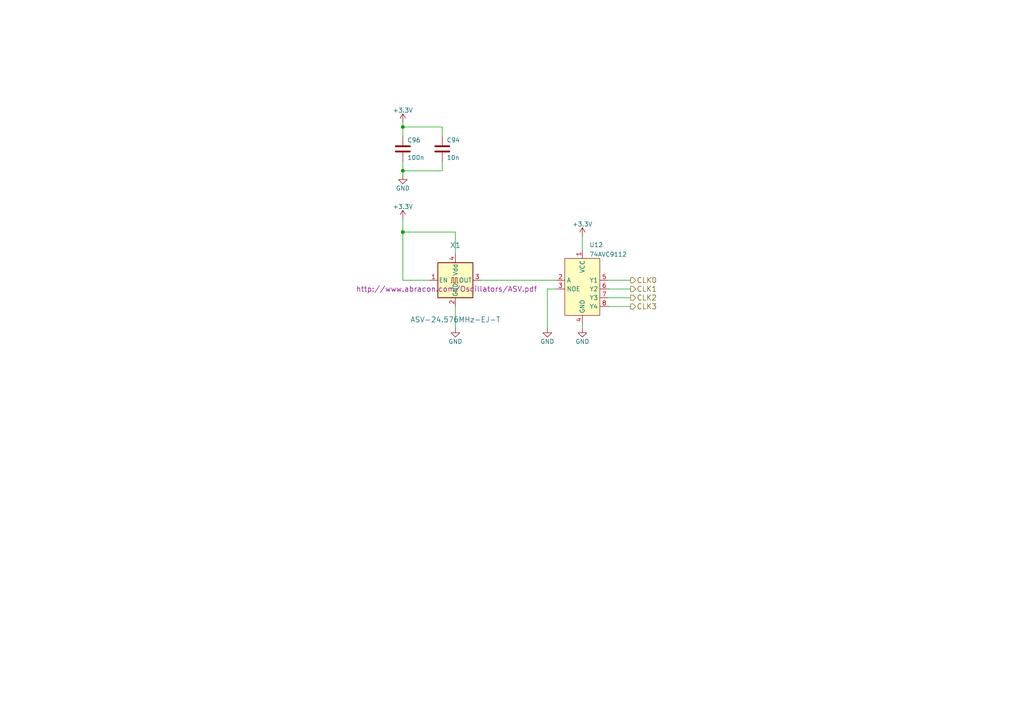
<source format=kicad_sch>
(kicad_sch (version 20211123) (generator eeschema)

  (uuid f5a3f95b-1a53-41b4-b208-bf168c9d9c6d)

  (paper "A4")

  (title_block
    (date "2023-02-18")
  )

  (lib_symbols
    (symbol "Buffers:74AVC9112" (in_bom yes) (on_board yes)
      (property "Reference" "U" (id 0) (at 8.89 0 0)
        (effects (font (size 1.27 1.27)))
      )
      (property "Value" "74AVC9112" (id 1) (at 8.89 2.54 0)
        (effects (font (size 1.27 1.27)))
      )
      (property "Footprint" "" (id 2) (at 0 0 0)
        (effects (font (size 1.27 1.27)) hide)
      )
      (property "Datasheet" "" (id 3) (at 0 0 0)
        (effects (font (size 1.27 1.27)) hide)
      )
      (symbol "74AVC9112_0_1"
        (rectangle (start -3.81 0) (end 6.35 -16.51)
          (stroke (width 0.1524) (type default) (color 0 0 0 0))
          (fill (type background))
        )
      )
      (symbol "74AVC9112_1_1"
        (pin power_in line (at 1.27 2.54 270) (length 2.54)
          (name "VCC" (effects (font (size 1.27 1.27))))
          (number "1" (effects (font (size 1.27 1.27))))
        )
        (pin input line (at -6.35 -6.35 0) (length 2.54)
          (name "A" (effects (font (size 1.27 1.27))))
          (number "2" (effects (font (size 1.27 1.27))))
        )
        (pin input line (at -6.35 -8.89 0) (length 2.54)
          (name "NOE" (effects (font (size 1.27 1.27))))
          (number "3" (effects (font (size 1.27 1.27))))
        )
        (pin power_in line (at 1.27 -19.05 90) (length 2.54)
          (name "GND" (effects (font (size 1.27 1.27))))
          (number "4" (effects (font (size 1.27 1.27))))
        )
        (pin output line (at 8.89 -6.35 180) (length 2.54)
          (name "Y1" (effects (font (size 1.27 1.27))))
          (number "5" (effects (font (size 1.27 1.27))))
        )
        (pin output line (at 8.89 -8.89 180) (length 2.54)
          (name "Y2" (effects (font (size 1.27 1.27))))
          (number "6" (effects (font (size 1.27 1.27))))
        )
        (pin output line (at 8.89 -11.43 180) (length 2.54)
          (name "Y3" (effects (font (size 1.27 1.27))))
          (number "7" (effects (font (size 1.27 1.27))))
        )
        (pin output line (at 8.89 -13.97 180) (length 2.54)
          (name "Y4" (effects (font (size 1.27 1.27))))
          (number "8" (effects (font (size 1.27 1.27))))
        )
      )
    )
    (symbol "Device:C" (pin_numbers hide) (pin_names (offset 0.254)) (in_bom yes) (on_board yes)
      (property "Reference" "C" (id 0) (at 0.635 2.54 0)
        (effects (font (size 1.27 1.27)) (justify left))
      )
      (property "Value" "C" (id 1) (at 0.635 -2.54 0)
        (effects (font (size 1.27 1.27)) (justify left))
      )
      (property "Footprint" "" (id 2) (at 0.9652 -3.81 0)
        (effects (font (size 1.27 1.27)) hide)
      )
      (property "Datasheet" "~" (id 3) (at 0 0 0)
        (effects (font (size 1.27 1.27)) hide)
      )
      (property "ki_keywords" "cap capacitor" (id 4) (at 0 0 0)
        (effects (font (size 1.27 1.27)) hide)
      )
      (property "ki_description" "Unpolarized capacitor" (id 5) (at 0 0 0)
        (effects (font (size 1.27 1.27)) hide)
      )
      (property "ki_fp_filters" "C_*" (id 6) (at 0 0 0)
        (effects (font (size 1.27 1.27)) hide)
      )
      (symbol "C_0_1"
        (polyline
          (pts
            (xy -2.032 -0.762)
            (xy 2.032 -0.762)
          )
          (stroke (width 0.508) (type default) (color 0 0 0 0))
          (fill (type none))
        )
        (polyline
          (pts
            (xy -2.032 0.762)
            (xy 2.032 0.762)
          )
          (stroke (width 0.508) (type default) (color 0 0 0 0))
          (fill (type none))
        )
      )
      (symbol "C_1_1"
        (pin passive line (at 0 3.81 270) (length 2.794)
          (name "~" (effects (font (size 1.27 1.27))))
          (number "1" (effects (font (size 1.27 1.27))))
        )
        (pin passive line (at 0 -3.81 90) (length 2.794)
          (name "~" (effects (font (size 1.27 1.27))))
          (number "2" (effects (font (size 1.27 1.27))))
        )
      )
    )
    (symbol "Oscillator:ASV-xxxMHz" (pin_names (offset 0.254)) (in_bom yes) (on_board yes)
      (property "Reference" "X" (id 0) (at -5.08 6.35 0)
        (effects (font (size 1.27 1.27)) (justify left))
      )
      (property "Value" "ASV-xxxMHz" (id 1) (at 1.27 -6.35 0)
        (effects (font (size 1.27 1.27)) (justify left))
      )
      (property "Footprint" "Oscillator:Oscillator_SMD_Abracon_ASV-4Pin_7.0x5.1mm" (id 2) (at 17.78 -8.89 0)
        (effects (font (size 1.27 1.27)) hide)
      )
      (property "Datasheet" "http://www.abracon.com/Oscillators/ASV.pdf" (id 3) (at -2.54 0 0)
        (effects (font (size 1.27 1.27)) hide)
      )
      (property "ki_keywords" "3.3V HCMOS SMD Crystal Clock Oscillator" (id 4) (at 0 0 0)
        (effects (font (size 1.27 1.27)) hide)
      )
      (property "ki_description" "3.3V HCMOS SMD Crystal Clock Oscillator, Abracon" (id 5) (at 0 0 0)
        (effects (font (size 1.27 1.27)) hide)
      )
      (property "ki_fp_filters" "Oscillator*SMD*Abracon*ASV*7.0x5.1mm*" (id 6) (at 0 0 0)
        (effects (font (size 1.27 1.27)) hide)
      )
      (symbol "ASV-xxxMHz_0_1"
        (rectangle (start -5.08 5.08) (end 5.08 -5.08)
          (stroke (width 0.254) (type default) (color 0 0 0 0))
          (fill (type background))
        )
        (polyline
          (pts
            (xy -1.27 -0.762)
            (xy -1.016 -0.762)
            (xy -1.016 0.762)
            (xy -0.508 0.762)
            (xy -0.508 -0.762)
            (xy 0 -0.762)
            (xy 0 0.762)
            (xy 0.508 0.762)
            (xy 0.508 -0.762)
            (xy 0.762 -0.762)
          )
          (stroke (width 0) (type default) (color 0 0 0 0))
          (fill (type none))
        )
      )
      (symbol "ASV-xxxMHz_1_1"
        (pin input line (at -7.62 0 0) (length 2.54)
          (name "EN" (effects (font (size 1.27 1.27))))
          (number "1" (effects (font (size 1.27 1.27))))
        )
        (pin power_in line (at 0 -7.62 90) (length 2.54)
          (name "GND" (effects (font (size 1.27 1.27))))
          (number "2" (effects (font (size 1.27 1.27))))
        )
        (pin output line (at 7.62 0 180) (length 2.54)
          (name "OUT" (effects (font (size 1.27 1.27))))
          (number "3" (effects (font (size 1.27 1.27))))
        )
        (pin power_in line (at 0 7.62 270) (length 2.54)
          (name "Vdd" (effects (font (size 1.27 1.27))))
          (number "4" (effects (font (size 1.27 1.27))))
        )
      )
    )
    (symbol "power:+3.3V" (power) (pin_names (offset 0)) (in_bom yes) (on_board yes)
      (property "Reference" "#PWR" (id 0) (at 0 -3.81 0)
        (effects (font (size 1.27 1.27)) hide)
      )
      (property "Value" "+3.3V" (id 1) (at 0 3.556 0)
        (effects (font (size 1.27 1.27)))
      )
      (property "Footprint" "" (id 2) (at 0 0 0)
        (effects (font (size 1.27 1.27)) hide)
      )
      (property "Datasheet" "" (id 3) (at 0 0 0)
        (effects (font (size 1.27 1.27)) hide)
      )
      (property "ki_keywords" "global power" (id 4) (at 0 0 0)
        (effects (font (size 1.27 1.27)) hide)
      )
      (property "ki_description" "Power symbol creates a global label with name \"+3.3V\"" (id 5) (at 0 0 0)
        (effects (font (size 1.27 1.27)) hide)
      )
      (symbol "+3.3V_0_1"
        (polyline
          (pts
            (xy -0.762 1.27)
            (xy 0 2.54)
          )
          (stroke (width 0) (type default) (color 0 0 0 0))
          (fill (type none))
        )
        (polyline
          (pts
            (xy 0 0)
            (xy 0 2.54)
          )
          (stroke (width 0) (type default) (color 0 0 0 0))
          (fill (type none))
        )
        (polyline
          (pts
            (xy 0 2.54)
            (xy 0.762 1.27)
          )
          (stroke (width 0) (type default) (color 0 0 0 0))
          (fill (type none))
        )
      )
      (symbol "+3.3V_1_1"
        (pin power_in line (at 0 0 90) (length 0) hide
          (name "+3.3V" (effects (font (size 1.27 1.27))))
          (number "1" (effects (font (size 1.27 1.27))))
        )
      )
    )
    (symbol "power:GND" (power) (pin_names (offset 0)) (in_bom yes) (on_board yes)
      (property "Reference" "#PWR" (id 0) (at 0 -6.35 0)
        (effects (font (size 1.27 1.27)) hide)
      )
      (property "Value" "GND" (id 1) (at 0 -3.81 0)
        (effects (font (size 1.27 1.27)))
      )
      (property "Footprint" "" (id 2) (at 0 0 0)
        (effects (font (size 1.27 1.27)) hide)
      )
      (property "Datasheet" "" (id 3) (at 0 0 0)
        (effects (font (size 1.27 1.27)) hide)
      )
      (property "ki_keywords" "global power" (id 4) (at 0 0 0)
        (effects (font (size 1.27 1.27)) hide)
      )
      (property "ki_description" "Power symbol creates a global label with name \"GND\" , ground" (id 5) (at 0 0 0)
        (effects (font (size 1.27 1.27)) hide)
      )
      (symbol "GND_0_1"
        (polyline
          (pts
            (xy 0 0)
            (xy 0 -1.27)
            (xy 1.27 -1.27)
            (xy 0 -2.54)
            (xy -1.27 -1.27)
            (xy 0 -1.27)
          )
          (stroke (width 0) (type default) (color 0 0 0 0))
          (fill (type none))
        )
      )
      (symbol "GND_1_1"
        (pin power_in line (at 0 0 270) (length 0) hide
          (name "GND" (effects (font (size 1.27 1.27))))
          (number "1" (effects (font (size 1.27 1.27))))
        )
      )
    )
  )

  (junction (at 116.84 49.53) (diameter 0) (color 0 0 0 0)
    (uuid 60560262-8ce0-4537-8d99-57496f160244)
  )
  (junction (at 116.84 36.83) (diameter 0) (color 0 0 0 0)
    (uuid 981a7500-96c1-40d4-a24a-ec540f862d86)
  )
  (junction (at 116.84 67.31) (diameter 0) (color 0 0 0 0)
    (uuid b31ebd25-cf4c-4c3e-b83d-0ec793b65cd9)
  )

  (wire (pts (xy 182.88 81.28) (xy 176.53 81.28))
    (stroke (width 0) (type default) (color 0 0 0 0))
    (uuid 02491520-945f-40c4-9160-4e5db9ac115d)
  )
  (wire (pts (xy 168.91 68.58) (xy 168.91 72.39))
    (stroke (width 0) (type default) (color 0 0 0 0))
    (uuid 44e77d57-d16f-4723-a95f-1ac45276c458)
  )
  (wire (pts (xy 132.08 67.31) (xy 132.08 73.66))
    (stroke (width 0) (type default) (color 0 0 0 0))
    (uuid 4648968b-aa58-4f57-8f45-54b088364670)
  )
  (wire (pts (xy 176.53 83.82) (xy 182.88 83.82))
    (stroke (width 0) (type default) (color 0 0 0 0))
    (uuid 4c6a1dad-7acf-4a52-99b0-316025d1ab04)
  )
  (wire (pts (xy 168.91 93.98) (xy 168.91 95.25))
    (stroke (width 0) (type default) (color 0 0 0 0))
    (uuid 5a010660-4a0b-4680-b361-32d4c3b60537)
  )
  (wire (pts (xy 116.84 49.53) (xy 128.27 49.53))
    (stroke (width 0) (type default) (color 0 0 0 0))
    (uuid 6573cf10-8339-4c58-9fdf-76e8c01e3a3b)
  )
  (wire (pts (xy 158.75 83.82) (xy 161.29 83.82))
    (stroke (width 0) (type default) (color 0 0 0 0))
    (uuid 792ace59-9f73-49b7-92df-01568ab2b00b)
  )
  (wire (pts (xy 116.84 81.28) (xy 124.46 81.28))
    (stroke (width 0) (type default) (color 0 0 0 0))
    (uuid 7a6d9a4e-fe6a-4427-9f0c-a10fd3ceb923)
  )
  (wire (pts (xy 116.84 49.53) (xy 116.84 50.8))
    (stroke (width 0) (type default) (color 0 0 0 0))
    (uuid 846ce0b5-f99e-4df4-8803-62f82ae6f3e3)
  )
  (wire (pts (xy 116.84 49.53) (xy 116.84 46.99))
    (stroke (width 0) (type default) (color 0 0 0 0))
    (uuid 8e1ff03a-6d3d-4db4-94c0-3a4b1624493f)
  )
  (wire (pts (xy 182.88 86.36) (xy 176.53 86.36))
    (stroke (width 0) (type default) (color 0 0 0 0))
    (uuid 909d0bdd-8a15-40f2-9dfd-be4a5d2d6b25)
  )
  (wire (pts (xy 116.84 36.83) (xy 128.27 36.83))
    (stroke (width 0) (type default) (color 0 0 0 0))
    (uuid 9c0c976b-7fa2-4d60-a146-ac3209f4fa09)
  )
  (wire (pts (xy 182.88 88.9) (xy 176.53 88.9))
    (stroke (width 0) (type default) (color 0 0 0 0))
    (uuid a46a2b22-69cf-45fb-b1d2-32ac89bbd3c8)
  )
  (wire (pts (xy 116.84 67.31) (xy 132.08 67.31))
    (stroke (width 0) (type default) (color 0 0 0 0))
    (uuid a7cad282-51c3-4f24-be5e-311c2c5e959b)
  )
  (wire (pts (xy 128.27 36.83) (xy 128.27 39.37))
    (stroke (width 0) (type default) (color 0 0 0 0))
    (uuid ab8fb678-be2d-42bb-9cd2-17e358f9e2eb)
  )
  (wire (pts (xy 116.84 67.31) (xy 116.84 81.28))
    (stroke (width 0) (type default) (color 0 0 0 0))
    (uuid b8382866-f10b-4adc-84fc-f6e5dd44681b)
  )
  (wire (pts (xy 158.75 83.82) (xy 158.75 95.25))
    (stroke (width 0) (type default) (color 0 0 0 0))
    (uuid d0770c9a-1f1e-4fa5-b940-1ed07e6e85ba)
  )
  (wire (pts (xy 132.08 88.9) (xy 132.08 95.25))
    (stroke (width 0) (type default) (color 0 0 0 0))
    (uuid d1422f38-9fce-4f5e-878a-341530beaf9c)
  )
  (wire (pts (xy 116.84 35.56) (xy 116.84 36.83))
    (stroke (width 0) (type default) (color 0 0 0 0))
    (uuid d33c6077-a8ec-48ca-b0e0-97f3539ef54c)
  )
  (wire (pts (xy 116.84 36.83) (xy 116.84 39.37))
    (stroke (width 0) (type default) (color 0 0 0 0))
    (uuid dadcffc3-367b-4d5b-bd03-e883fb8479ea)
  )
  (wire (pts (xy 116.84 63.5) (xy 116.84 67.31))
    (stroke (width 0) (type default) (color 0 0 0 0))
    (uuid ed1f5df2-cfb6-4083-a9e5-5d196546ef9b)
  )
  (wire (pts (xy 161.29 81.28) (xy 139.7 81.28))
    (stroke (width 0) (type default) (color 0 0 0 0))
    (uuid f321809c-ab7a-4356-9b11-4c0d46c421ba)
  )
  (wire (pts (xy 128.27 49.53) (xy 128.27 46.99))
    (stroke (width 0) (type default) (color 0 0 0 0))
    (uuid f8a63002-cf4b-4538-b69d-4273a871b461)
  )

  (hierarchical_label "CLK2" (shape output) (at 182.88 86.36 0)
    (effects (font (size 1.524 1.524)) (justify left))
    (uuid 25625d99-d45f-4b2f-9e62-009a122611f4)
  )
  (hierarchical_label "CLK0" (shape output) (at 182.88 81.28 0)
    (effects (font (size 1.524 1.524)) (justify left))
    (uuid bcfbc157-43ce-49f7-bd18-6a9e2f2f30a3)
  )
  (hierarchical_label "CLK3" (shape output) (at 182.88 88.9 0)
    (effects (font (size 1.524 1.524)) (justify left))
    (uuid d23840a6-3c61-45ca-968a-bc57332fd7a4)
  )
  (hierarchical_label "CLK1" (shape output) (at 182.88 83.82 0)
    (effects (font (size 1.524 1.524)) (justify left))
    (uuid f931f973-5615-451c-bb04-9a02aede6e6f)
  )

  (symbol (lib_id "Oscillator:ASV-xxxMHz") (at 132.08 81.28 0) (unit 1)
    (in_bom yes) (on_board yes)
    (uuid 00000000-0000-0000-0000-00005b071476)
    (property "Reference" "X1" (id 0) (at 132.08 71.12 0)
      (effects (font (size 1.524 1.524)))
    )
    (property "Value" "ASV-24.576MHz-EJ-T" (id 1) (at 132.08 92.71 0)
      (effects (font (size 1.524 1.524)))
    )
    (property "Footprint" "Oscillator:Oscillator_SMD_Abracon_ASV-4Pin_7.0x5.1mm" (id 2) (at 129.54 83.82 0)
      (effects (font (size 1.524 1.524)) hide)
    )
    (property "Datasheet" "http://www.abracon.com/Oscillators/ASV.pdf" (id 3) (at 129.54 83.82 0)
      (effects (font (size 1.524 1.524)))
    )
    (property "Mfr.Nr." "DK" (id 4) (at 132.08 81.28 0)
      (effects (font (size 1.27 1.27)) hide)
    )
    (pin "1" (uuid 785d7ba8-ce99-4c6b-85a8-2d1fb1136d0d))
    (pin "2" (uuid a91c2d80-a7e5-44b3-9571-556b2aff6b21))
    (pin "3" (uuid 0c0c173f-f6dc-4632-89d5-5543136a5a0b))
    (pin "4" (uuid cd506cc1-faec-4656-acee-a9e9b8e11d17))
  )

  (symbol (lib_id "power:GND") (at 168.91 95.25 0) (unit 1)
    (in_bom yes) (on_board yes)
    (uuid 00000000-0000-0000-0000-00006065e986)
    (property "Reference" "#PWR043" (id 0) (at 168.91 101.6 0)
      (effects (font (size 1.27 1.27)) hide)
    )
    (property "Value" "GND" (id 1) (at 168.91 99.06 0))
    (property "Footprint" "" (id 2) (at 168.91 95.25 0)
      (effects (font (size 1.27 1.27)) hide)
    )
    (property "Datasheet" "" (id 3) (at 168.91 95.25 0)
      (effects (font (size 1.27 1.27)) hide)
    )
    (pin "1" (uuid 2846b8c9-92d1-4967-adb4-6b738782865a))
  )

  (symbol (lib_id "power:GND") (at 132.08 95.25 0) (unit 1)
    (in_bom yes) (on_board yes)
    (uuid 00000000-0000-0000-0000-00006065f931)
    (property "Reference" "#PWR040" (id 0) (at 132.08 101.6 0)
      (effects (font (size 1.27 1.27)) hide)
    )
    (property "Value" "GND" (id 1) (at 132.08 99.06 0))
    (property "Footprint" "" (id 2) (at 132.08 95.25 0)
      (effects (font (size 1.27 1.27)) hide)
    )
    (property "Datasheet" "" (id 3) (at 132.08 95.25 0)
      (effects (font (size 1.27 1.27)) hide)
    )
    (pin "1" (uuid c67b858e-acc9-4454-a588-1a7f0e8d716a))
  )

  (symbol (lib_id "power:GND") (at 116.84 50.8 0) (unit 1)
    (in_bom yes) (on_board yes)
    (uuid 00000000-0000-0000-0000-000060675b90)
    (property "Reference" "#PWR038" (id 0) (at 116.84 57.15 0)
      (effects (font (size 1.27 1.27)) hide)
    )
    (property "Value" "GND" (id 1) (at 116.84 54.61 0))
    (property "Footprint" "" (id 2) (at 116.84 50.8 0)
      (effects (font (size 1.27 1.27)) hide)
    )
    (property "Datasheet" "" (id 3) (at 116.84 50.8 0)
      (effects (font (size 1.27 1.27)) hide)
    )
    (pin "1" (uuid db074756-dd09-43e6-b995-90d88c9a0c0e))
  )

  (symbol (lib_id "power:+3.3V") (at 116.84 63.5 0) (unit 1)
    (in_bom yes) (on_board yes)
    (uuid 1824c90f-68cb-45ef-8570-883fbdefdb6c)
    (property "Reference" "#PWR039" (id 0) (at 116.84 67.31 0)
      (effects (font (size 1.27 1.27)) hide)
    )
    (property "Value" "+3.3V" (id 1) (at 116.84 59.944 0))
    (property "Footprint" "" (id 2) (at 116.84 63.5 0)
      (effects (font (size 1.27 1.27)) hide)
    )
    (property "Datasheet" "" (id 3) (at 116.84 63.5 0)
      (effects (font (size 1.27 1.27)) hide)
    )
    (pin "1" (uuid 1c2aaf01-0d12-4757-94f6-1140b935f953))
  )

  (symbol (lib_id "Device:C") (at 128.27 43.18 0) (unit 1)
    (in_bom yes) (on_board yes)
    (uuid 3a3fb66d-9497-4e75-bc5b-f7636548a237)
    (property "Reference" "C94" (id 0) (at 129.54 40.64 0)
      (effects (font (size 1.27 1.27)) (justify left))
    )
    (property "Value" "10n" (id 1) (at 129.54 45.72 0)
      (effects (font (size 1.27 1.27)) (justify left))
    )
    (property "Footprint" "Capacitor_SMD:C_0402_1005Metric" (id 2) (at 120.65 39.624 90)
      (effects (font (size 1.27 1.27)) hide)
    )
    (property "Datasheet" "~" (id 3) (at 120.65 39.624 90)
      (effects (font (size 1.27 1.27)) hide)
    )
    (property "Mfr.Nr." "" (id 4) (at 128.27 43.18 0)
      (effects (font (size 1.524 1.524)) hide)
    )
    (property "MPN" "C15195" (id 5) (at 128.27 43.18 0)
      (effects (font (size 1.27 1.27)) hide)
    )
    (pin "1" (uuid c18fc234-a3c5-403d-a37c-e832f430a9d0))
    (pin "2" (uuid 952be1d0-ac4e-4d15-b172-6f8add222ac3))
  )

  (symbol (lib_id "power:GND") (at 158.75 95.25 0) (unit 1)
    (in_bom yes) (on_board yes)
    (uuid 605d669c-a5fc-46cd-8995-cd938eebb4e6)
    (property "Reference" "#PWR041" (id 0) (at 158.75 101.6 0)
      (effects (font (size 1.27 1.27)) hide)
    )
    (property "Value" "GND" (id 1) (at 158.75 99.06 0))
    (property "Footprint" "" (id 2) (at 158.75 95.25 0)
      (effects (font (size 1.27 1.27)) hide)
    )
    (property "Datasheet" "" (id 3) (at 158.75 95.25 0)
      (effects (font (size 1.27 1.27)) hide)
    )
    (pin "1" (uuid 7d31f255-6c5e-4d51-a125-33d7bbae80bb))
  )

  (symbol (lib_id "Device:C") (at 116.84 43.18 0) (unit 1)
    (in_bom yes) (on_board yes)
    (uuid 628370d6-13de-4e7a-8c74-1e79dd7bc426)
    (property "Reference" "C96" (id 0) (at 118.11 40.64 0)
      (effects (font (size 1.27 1.27)) (justify left))
    )
    (property "Value" "100n" (id 1) (at 118.11 45.72 0)
      (effects (font (size 1.27 1.27)) (justify left))
    )
    (property "Footprint" "Capacitor_SMD:C_0402_1005Metric" (id 2) (at 109.22 39.624 90)
      (effects (font (size 1.27 1.27)) hide)
    )
    (property "Datasheet" "~" (id 3) (at 109.22 39.624 90)
      (effects (font (size 1.27 1.27)) hide)
    )
    (property "Mfr.Nr." "" (id 4) (at 116.84 43.18 0)
      (effects (font (size 1.524 1.524)) hide)
    )
    (property "MPN" "C307331" (id 5) (at 116.84 43.18 0)
      (effects (font (size 1.27 1.27)) hide)
    )
    (pin "1" (uuid 97cca9db-ec44-4338-b0a7-c81aef6a0d02))
    (pin "2" (uuid d0c63291-dc73-47b7-9953-256da299fabf))
  )

  (symbol (lib_id "Buffers:74AVC9112") (at 167.64 74.93 0) (unit 1)
    (in_bom yes) (on_board yes) (fields_autoplaced)
    (uuid 8a0785ea-e9f2-45eb-a59e-225649c8ffdf)
    (property "Reference" "U12" (id 0) (at 170.9294 71.0143 0)
      (effects (font (size 1.27 1.27)) (justify left))
    )
    (property "Value" "74AVC9112" (id 1) (at 170.9294 73.7894 0)
      (effects (font (size 1.27 1.27)) (justify left))
    )
    (property "Footprint" "Package_SO:VSSOP-8_2.4x2.1mm_P0.5mm" (id 2) (at 167.64 74.93 0)
      (effects (font (size 1.27 1.27)) hide)
    )
    (property "Datasheet" "" (id 3) (at 167.64 74.93 0)
      (effects (font (size 1.27 1.27)) hide)
    )
    (property "Mfr.Nr." "DK" (id 4) (at 167.64 74.93 0)
      (effects (font (size 1.27 1.27)) hide)
    )
    (pin "1" (uuid de53b9a6-99c9-45c2-9879-613e15f47983))
    (pin "2" (uuid 39b5515d-1e51-4628-a62a-2b70f0cf9d65))
    (pin "3" (uuid 01003015-5569-45a8-aa64-c00a34ebbb5b))
    (pin "4" (uuid f17265fd-c8c0-4084-b385-926eb70d2bcc))
    (pin "5" (uuid 9950141d-d56a-4ac8-8982-6c672a5cd555))
    (pin "6" (uuid 27998bcd-7e73-409e-a308-d554e61d01b4))
    (pin "7" (uuid 48d596b0-35f6-4fe0-9aff-28cae2faab3a))
    (pin "8" (uuid 03e18ee5-bd99-433c-8d5a-9667ffdeb79b))
  )

  (symbol (lib_id "power:+3.3V") (at 168.91 68.58 0) (unit 1)
    (in_bom yes) (on_board yes)
    (uuid 937826b6-54b2-43a5-8275-566b2ed52cd7)
    (property "Reference" "#PWR042" (id 0) (at 168.91 72.39 0)
      (effects (font (size 1.27 1.27)) hide)
    )
    (property "Value" "+3.3V" (id 1) (at 168.91 65.024 0))
    (property "Footprint" "" (id 2) (at 168.91 68.58 0)
      (effects (font (size 1.27 1.27)) hide)
    )
    (property "Datasheet" "" (id 3) (at 168.91 68.58 0)
      (effects (font (size 1.27 1.27)) hide)
    )
    (pin "1" (uuid b3b5e242-c268-4de5-a380-c39b55a6efe2))
  )

  (symbol (lib_id "power:+3.3V") (at 116.84 35.56 0) (unit 1)
    (in_bom yes) (on_board yes)
    (uuid c1f1bc1e-b18c-403c-91c7-1baa95e6b071)
    (property "Reference" "#PWR037" (id 0) (at 116.84 39.37 0)
      (effects (font (size 1.27 1.27)) hide)
    )
    (property "Value" "+3.3V" (id 1) (at 116.84 32.004 0))
    (property "Footprint" "" (id 2) (at 116.84 35.56 0)
      (effects (font (size 1.27 1.27)) hide)
    )
    (property "Datasheet" "" (id 3) (at 116.84 35.56 0)
      (effects (font (size 1.27 1.27)) hide)
    )
    (pin "1" (uuid 51573599-ac5e-4dca-bb9a-272a2478bf75))
  )
)

</source>
